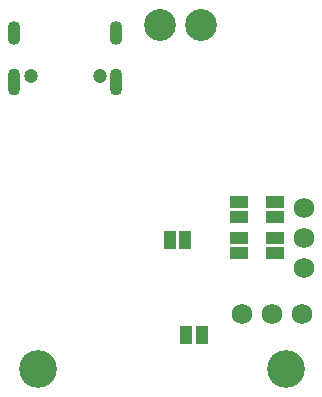
<source format=gbr>
%TF.GenerationSoftware,Altium Limited,Altium Designer,22.7.1 (60)*%
G04 Layer_Color=16711935*
%FSLAX45Y45*%
%MOMM*%
%TF.SameCoordinates,889419F2-2602-4259-AB3C-8922443444C0*%
%TF.FilePolarity,Negative*%
%TF.FileFunction,Soldermask,Bot*%
%TF.Part,Single*%
G01*
G75*
%TA.AperFunction,SMDPad,CuDef*%
%ADD58R,1.64000X1.14000*%
%ADD59R,1.14000X1.64000*%
%TA.AperFunction,ComponentPad*%
%ADD60C,1.20000*%
%ADD61O,1.10000X2.30000*%
%ADD62O,1.10000X2.00000*%
%TA.AperFunction,WasherPad*%
%ADD63C,3.20320*%
%TA.AperFunction,ComponentPad*%
%ADD64C,1.72720*%
%ADD65C,2.70320*%
D58*
X2102258Y1910047D02*
D03*
Y1780047D02*
D03*
Y2080047D02*
D03*
Y2210047D02*
D03*
X2402258Y2080047D02*
D03*
Y2210047D02*
D03*
X2402257Y1910047D02*
D03*
Y1780047D02*
D03*
D59*
X1643042Y1889263D02*
D03*
X1513042D02*
D03*
X1652258Y1085047D02*
D03*
X1782258D02*
D03*
D60*
X337258Y3275047D02*
D03*
X917258D02*
D03*
D61*
X1059758Y3225047D02*
D03*
X194758D02*
D03*
D62*
Y3645047D02*
D03*
X1059758D02*
D03*
D63*
X400000Y800000D02*
D03*
X2500000D02*
D03*
D64*
X2631258Y1260047D02*
D03*
X2377258D02*
D03*
X2123258D02*
D03*
X2652258Y2164047D02*
D03*
Y1910047D02*
D03*
Y1656047D02*
D03*
D65*
X1427258Y3710047D02*
D03*
X1777258D02*
D03*
%TF.MD5,0e1d1fd7d45f41882a4ec2bf3d1188fb*%
M02*

</source>
